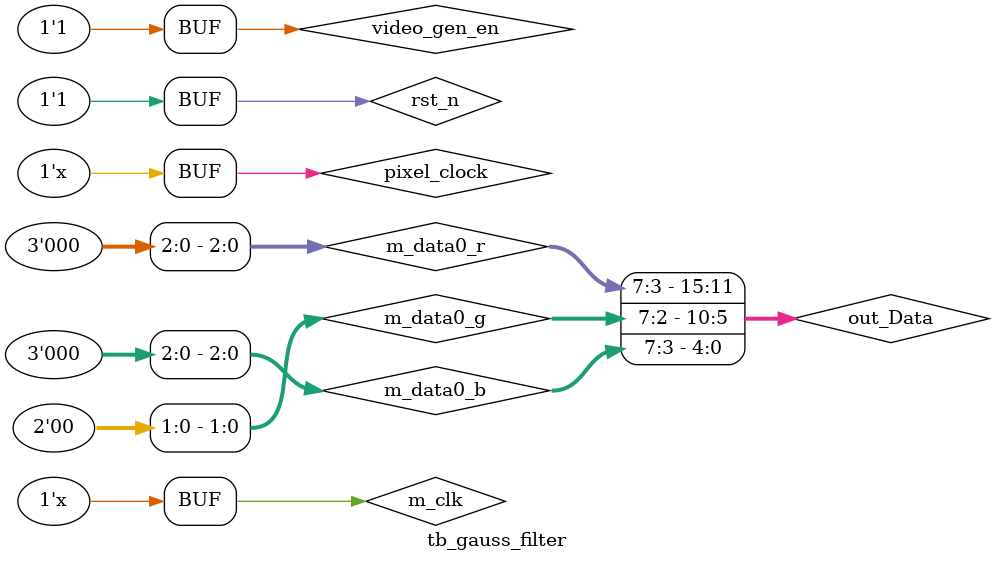
<source format=v>


`timescale 1ns / 1ps

module tb_gauss_filter();

//========================================================
//parameters
parameter BMP_VIDEO_FORMAT        = "WxH_xHz"; //video format
parameter BMP_PIXEL_CLK_FREQ      = 100.000;            //pixel clock frequency, unit: MHz
parameter BMP_PIXEL_CLK_PERIOD    = 1000.0/BMP_PIXEL_CLK_FREQ; //unit: ns
parameter BMP_WIDTH               = 800;
parameter BMP_HEIGHT              = 600;
parameter BMP_OPENED_NAME         = "gauss_filter_testbmp.bmp";
parameter BMP_REPEAT              = 1'b1;  //0:bmp increase  , 1:bmp repeat
parameter BMP_LINK                = 1'b0;  //0:µ¥ÏñËØ£»1:Ë«ÏñËØ
                                  
parameter BMP_OUTPUTED_WIDTH      = 800;
parameter BMP_OUTPUTED_HEIGHT     = 600;
parameter BMP_OUTPUTED_NAME       = "gauss_filter_000.bmp";
parameter BMP_OUTPUTED_NUMBER     = 16'd4;
GSR GSR (1'b1) ; 
//=======================================================
reg  pixel_clock;

reg  rst_n;
reg  video_gen_en;

//------------
//dirver
wire       vsync; 
wire       hsync; 
wire       data_valid; 
wire [7:0] data0_r; 
wire [7:0] data0_g;
wire [7:0] data0_b;
wire [7:0] data1_r ; 
wire [7:0] data1_g ;
wire [7:0] data1_b ;

//-----------------
//monitor rgb input
wire        m_clk;
wire        m_vs_rgb;  
wire        m_hs_rgb;  
wire        m_de_rgb;  
wire [7:0]  m_data0_r;
wire [7:0]  m_data0_g;
wire [7:0]  m_data0_b;
wire [7:0]  m_data1_r;
wire [7:0]  m_data1_g;
wire [7:0]  m_data1_b;
wire [9:0] sobel_data;
wire [15:0] out_Data;
wire [23:0] o_data;
//=====================================================
//clk
initial
  begin
    pixel_clock = 1'b0;
  end

always  #(BMP_PIXEL_CLK_PERIOD/2.0) pixel_clock = ~pixel_clock;

//=====================================================
//rst_n
initial
  begin
    rst_n=1'b0;
    
    #2000;
    rst_n=1'b1;
end

initial
  begin
    video_gen_en=1'b0;
    
    #5000;
    video_gen_en=1'b1;
end

//==================================================
//video driver
driver #
(
    .BMP_VIDEO_FORMAT    (BMP_VIDEO_FORMAT     ),
    .BMP_PIXEL_CLK_FREQ  (BMP_PIXEL_CLK_FREQ   ),
    .BMP_WIDTH           (BMP_WIDTH            ),
    .BMP_HEIGHT          (BMP_HEIGHT           ),
    .BMP_OPENED_NAME     (BMP_OPENED_NAME      )
)
driver_inst
(
    .link_i      (BMP_LINK    ), //0,µ¥ÏñËØ£»1£¬Ë«ÏñËØ
    .repeat_en   (BMP_REPEAT  ),
    .video_gen_en(video_gen_en),
    .pixel_clock (pixel_clock ),
    .vsync       (vsync       ), 
    .hsync       (hsync       ), 
    .data_valid  (data_valid  ),
    .data0_r     (data0_r     ), 
    .data0_g     (data0_g     ),
    .data0_b     (data0_b     ), 
    .data1_r     (data1_r     ), 
    .data1_g     (data1_g     ),
    .data1_b     (data1_b     )
);
//---------------------------------
/*sobel_t sobel0(
    .hsi(hsync),
    .vsi(vsync),
    .iCLK(pixel_clock),
    .iRST_N(rst_n),
    .iTHRESHOLD(8'd7),
    .iDVAL(data_valid),
    .iDATA({2'b0,data0_g}),
    .oDVAL(),
    .oDATA(sobel_data),
    .hso(m_hs_rgb),
    .vso(m_vs_rgb)
);*/
gauss_filter_5_5 u0(
    //global clock
    .clk(pixel_clock),          
    .rst_n(rst_n),       

    //Image data prepred to be processd
    .pre_vs(vsync), 
    .pre_hs(hsync),  
    .pre_clken(data_valid), 
    .pre_img_data({data0_r[7:3],data0_g[7:2],data0_b[7:3]}),
    //.pre_img({data0_r,data0_g,data0_b}),
    
    //Image data has been processd
    .post_vs(m_vs_rgb), 
    .post_hs(m_hs_rgb), 
    .post_clken(m_de_rgb),
    //.x_min(),
    //.x_max(),
    //.y_min(),
    //.y_max(), 
    //.lcd_x(),
    //.lcd_y(),
    .post_img_data(out_Data)
);
//==========================================================
//monitor
assign m_clk        = pixel_clock   ;
//assign m_vs_rgb     = vsync         ;
//assign m_hs_rgb     = hsync         ;
//assign m_de_rgb     = data_valid    ;
assign m_data0_r    = {out_Data[15:11],3'b0};
assign m_data0_g    = {out_Data[10:5],2'b0};
assign m_data0_b    = {out_Data[4:0],3'b0};
//assign m_data0_r    = o_data[23:16];
//assign m_data0_g    = o_data[15:8];
//assign m_data0_b    = o_data[7:0];
assign m_data1_r    = data1_r       ;
assign m_data1_g    = data1_g       ;
assign m_data1_b    = data1_b       ;
monitor #
(
    .BMP_OUTPUTED_WIDTH  (BMP_OUTPUTED_WIDTH ),
    .BMP_OUTPUTED_HEIGHT (BMP_OUTPUTED_HEIGHT),
    .BMP_OUTPUTED_NAME   (BMP_OUTPUTED_NAME  ),
    .BMP_OUTPUTED_NUMBER (BMP_OUTPUTED_NUMBER)
)
monitor_inst
(
    .link_i       (BMP_LINK          ), //0,µ¥ÏñËØ£»1£¬Ë«ÏñËØ
    .video2bmp_en (rst_n             ),
    .pixel_clock  (m_clk             ), 
    .vsync        (m_vs_rgb          ),        
    .hsync        (m_hs_rgb          ),        
    .data_valid   (m_de_rgb          ), 
    .data0_r      (m_data0_r         ),    
    .data0_g      (m_data0_g         ),
    .data0_b      (m_data0_b         ),
    .data1_r      (m_data1_r         ),    
    .data1_g      (m_data1_g         ),
    .data1_b      (m_data1_b         )
);
          
endmodule

</source>
